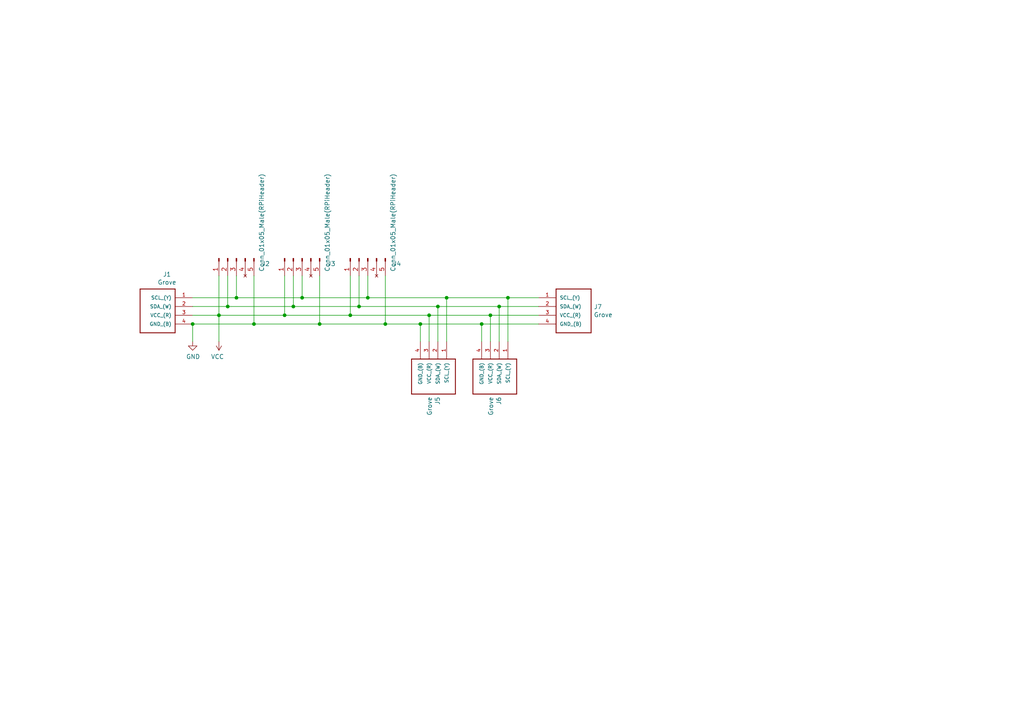
<source format=kicad_sch>
(kicad_sch (version 20230121) (generator eeschema)
  (paper "A4")
  (title_block (title "Grove to P Garden Connector Board") (date "2020-05-06") (rev "1.0"))
  (lib_symbols
    (symbol "Grove-custom_1" (pin_names (offset 1.016))
      (property "Reference" "J" (at -5.08 5.842 0))
      (property "Value" "Grove-custom" (at -2.9972 -9.4996 0))
      (symbol "Grove-custom_1_0_0"
        (polyline (pts (xy -5.08 -7.62) (xy 5.08 -7.62)) (stroke (width 0.254)))
        (polyline (pts (xy -5.08 5.08) (xy -5.08 -7.62)) (stroke (width 0.254)))
        (polyline (pts (xy 5.08 -7.62) (xy 5.08 5.08)) (stroke (width 0.254)))
        (polyline (pts (xy 5.08 5.08) (xy -5.08 5.08)) (stroke (width 0.254)))
        (pin passive line (at -10.16 2.54 0) (length 5.08) (name "SCL_(Y)") (number "1"))
        (pin passive line (at -10.16 0 0) (length 5.08) (name "SDA_(W)") (number "2"))
        (pin passive line (at -10.16 -2.54 0) (length 5.08) (name "VCC_(R)") (number "3"))
        (pin passive line (at -10.16 -5.08 0) (length 5.08) (name "GND_(B)") (number "4"))
      )
    )
    (symbol "Grove-custom_2" (pin_names (offset 1.016))
      (property "Reference" "J" (at -5.08 5.842 0))
      (property "Value" "Grove-custom" (at -2.9972 -9.4996 0))
      (symbol "Grove-custom_2_0_0"
        (polyline (pts (xy -5.08 -7.62) (xy 5.08 -7.62)) (stroke (width 0.254)))
        (polyline (pts (xy -5.08 5.08) (xy -5.08 -7.62)) (stroke (width 0.254)))
        (polyline (pts (xy 5.08 -7.62) (xy 5.08 5.08)) (stroke (width 0.254)))
        (polyline (pts (xy 5.08 5.08) (xy -5.08 5.08)) (stroke (width 0.254)))
        (pin passive line (at -10.16 2.54 0) (length 5.08) (name "SCL_(Y)") (number "1"))
        (pin passive line (at -10.16 0 0) (length 5.08) (name "SDA_(W)") (number "2"))
        (pin passive line (at -10.16 -2.54 0) (length 5.08) (name "VCC_(R)") (number "3"))
        (pin passive line (at -10.16 -5.08 0) (length 5.08) (name "GND_(B)") (number "4"))
      )
    )
    (symbol "Grove-custom_3" (pin_names (offset 1.016))
      (property "Reference" "J" (at -5.08 5.842 0))
      (property "Value" "Grove-custom" (at -2.9972 -9.4996 0))
      (symbol "Grove-custom_3_0_0"
        (polyline (pts (xy -5.08 -7.62) (xy 5.08 -7.62)) (stroke (width 0.254)))
        (polyline (pts (xy -5.08 5.08) (xy -5.08 -7.62)) (stroke (width 0.254)))
        (polyline (pts (xy 5.08 -7.62) (xy 5.08 5.08)) (stroke (width 0.254)))
        (polyline (pts (xy 5.08 5.08) (xy -5.08 5.08)) (stroke (width 0.254)))
        (pin passive line (at -10.16 2.54 0) (length 5.08) (name "SCL_(Y)") (number "1"))
        (pin passive line (at -10.16 0 0) (length 5.08) (name "SDA_(W)") (number "2"))
        (pin passive line (at -10.16 -2.54 0) (length 5.08) (name "VCC_(R)") (number "3"))
        (pin passive line (at -10.16 -5.08 0) (length 5.08) (name "GND_(B)") (number "4"))
      )
    )
    (symbol "Grove-custom_4" (pin_names (offset 1.016))
      (property "Reference" "J" (at -5.08 5.842 0))
      (property "Value" "Grove-custom" (at -2.9972 -9.4996 0))
      (symbol "Grove-custom_4_0_0"
        (polyline (pts (xy -5.08 -7.62) (xy 5.08 -7.62)) (stroke (width 0.254)))
        (polyline (pts (xy -5.08 5.08) (xy -5.08 -7.62)) (stroke (width 0.254)))
        (polyline (pts (xy 5.08 -7.62) (xy 5.08 5.08)) (stroke (width 0.254)))
        (polyline (pts (xy 5.08 5.08) (xy -5.08 5.08)) (stroke (width 0.254)))
        (pin passive line (at -10.16 2.54 0) (length 5.08) (name "SCL_(Y)") (number "1"))
        (pin passive line (at -10.16 0 0) (length 5.08) (name "SDA_(W)") (number "2"))
        (pin passive line (at -10.16 -2.54 0) (length 5.08) (name "VCC_(R)") (number "3"))
        (pin passive line (at -10.16 -5.08 0) (length 5.08) (name "GND_(B)") (number "4"))
      )
    )
    (symbol "groveToPiMixed-rescue:Conn_01x05_Male(RPiHeader)-custom" (pin_names (offset 1.016) hide)
      (property "Reference" "J" (at 0 7.62 0))
      (property "Value" "Conn_01x05_Male(RPiHeader)-custom" (at 0 -7.62 90))
      (symbol "Conn_01x05_Male(RPiHeader)-custom_1_1"
        (polyline (pts (xy 1.27 -5.08) (xy 0.8636 -5.08)) (stroke (width 0.1524)))
        (polyline (pts (xy 1.27 -2.54) (xy 0.8636 -2.54)) (stroke (width 0.1524)))
        (polyline (pts (xy 1.27 0) (xy 0.8636 0)) (stroke (width 0.1524)))
        (polyline (pts (xy 1.27 2.54) (xy 0.8636 2.54)) (stroke (width 0.1524)))
        (polyline (pts (xy 1.27 5.08) (xy 0.8636 5.08)) (stroke (width 0.1524)))
        (rectangle (start 0.8636 -4.953) (end 0 -5.207) (stroke (width 0.1524)) (fill (type outline)))
        (rectangle (start 0.8636 -2.413) (end 0 -2.667) (stroke (width 0.1524)) (fill (type outline)))
        (rectangle (start 0.8636 0.127) (end 0 -0.127) (stroke (width 0.1524)) (fill (type outline)))
        (rectangle (start 0.8636 2.667) (end 0 2.413) (stroke (width 0.1524)) (fill (type outline)))
        (rectangle (start 0.8636 5.207) (end 0 4.953) (stroke (width 0.1524)) (fill (type outline)))
        (pin passive line (at 5.08 5.08 180) (length 3.81) (name "Pin_1") (number "1"))
        (pin passive line (at 5.08 2.54 180) (length 3.81) (name "Pin_2") (number "2"))
        (pin passive line (at 5.08 0 180) (length 3.81) (name "Pin_3") (number "3"))
        (pin no_connect line (at 5.08 -2.54 180) (length 3.81) (name "Pin_4") (number "4"))
        (pin passive line (at 5.08 -5.08 180) (length 3.81) (name "Pin_5") (number "5"))
      )
    )
    (symbol "groveToPiMixed-rescue:Grove-custom" (pin_names (offset 1.016))
      (property "Reference" "J" (at -5.08 5.842 0))
      (property "Value" "Grove-custom" (at -2.9972 -9.4996 0))
      (symbol "Grove-custom_0_0"
        (polyline (pts (xy -5.08 -7.62) (xy 5.08 -7.62)) (stroke (width 0.254)))
        (polyline (pts (xy -5.08 5.08) (xy -5.08 -7.62)) (stroke (width 0.254)))
        (polyline (pts (xy 5.08 -7.62) (xy 5.08 5.08)) (stroke (width 0.254)))
        (polyline (pts (xy 5.08 5.08) (xy -5.08 5.08)) (stroke (width 0.254)))
        (pin passive line (at -10.16 2.54 0) (length 5.08) (name "SCL_(Y)") (number "1"))
        (pin passive line (at -10.16 0 0) (length 5.08) (name "SDA_(W)") (number "2"))
        (pin passive line (at -10.16 -2.54 0) (length 5.08) (name "VCC_(R)") (number "3"))
        (pin passive line (at -10.16 -5.08 0) (length 5.08) (name "GND_(B)") (number "4"))
      )
    )
    (symbol "power:GND" (power) (pin_names (offset 0))
      (property "Value" "GND" (at 0 -3.81 0))
      (symbol "GND_0_1"
        (polyline (pts (xy 0 0) (xy 0 -1.27) (xy 1.27 -1.27) (xy 0 -2.54) (xy -1.27 -1.27) (xy 0 -1.27)))
      )
      (symbol "GND_1_1"
        (pin power_in line (at 0 0 270) (length 0) hide (name "GND") (number "1"))
      )
    )
    (symbol "power:VCC" (power) (pin_names (offset 0))
      (property "Value" "VCC" (at 0 3.81 0))
      (symbol "VCC_0_1"
        (polyline (pts (xy -0.762 1.27) (xy 0 2.54)))
        (polyline (pts (xy 0 0) (xy 0 2.54)))
        (polyline (pts (xy 0 2.54) (xy 0.762 1.27)))
      )
      (symbol "VCC_1_1"
        (pin power_in line (at 0 0 90) (length 0) hide (name "VCC") (number "1"))
      )
    )
  )
  (junction (at 66.04 88.9))
  (junction (at 63.5 91.44))
  (junction (at 127 88.9))
  (junction (at 124.46 91.44))
  (junction (at 144.78 88.9))
  (junction (at 111.76 93.98))
  (junction (at 101.6 91.44))
  (junction (at 87.63 86.36))
  (junction (at 104.14 88.9))
  (junction (at 121.92 93.98))
  (junction (at 55.88 93.98))
  (junction (at 68.58 86.36))
  (junction (at 139.7 93.98))
  (junction (at 106.68 86.36))
  (junction (at 92.71 93.98))
  (junction (at 129.54 86.36))
  (junction (at 147.32 86.36))
  (junction (at 85.09 88.9))
  (junction (at 82.55 91.44))
  (junction (at 73.66 93.98))
  (junction (at 142.24 91.44))
  (wire (pts (xy 55.88 93.98) (xy 73.66 93.98)))
  (wire (pts (xy 144.78 99.06) (xy 144.78 88.9)))
  (wire (pts (xy 139.7 93.98) (xy 156.21 93.98)))
  (wire (pts (xy 111.76 93.98) (xy 121.92 93.98)))
  (wire (pts (xy 85.09 80.01) (xy 85.09 88.9)))
  (wire (pts (xy 127 99.06) (xy 127 88.9)))
  (wire (pts (xy 55.88 86.36) (xy 68.58 86.36)))
  (wire (pts (xy 121.92 93.98) (xy 139.7 93.98)))
  (wire (pts (xy 142.24 91.44) (xy 156.21 91.44)))
  (wire (pts (xy 85.09 88.9) (xy 104.14 88.9)))
  (wire (pts (xy 63.5 91.44) (xy 82.55 91.44)))
  (wire (pts (xy 87.63 86.36) (xy 106.68 86.36)))
  (wire (pts (xy 55.88 88.9) (xy 66.04 88.9)))
  (wire (pts (xy 82.55 91.44) (xy 101.6 91.44)))
  (wire (pts (xy 92.71 80.01) (xy 92.71 93.98)))
  (wire (pts (xy 66.04 88.9) (xy 85.09 88.9)))
  (wire (pts (xy 129.54 99.06) (xy 129.54 86.36)))
  (wire (pts (xy 66.04 80.01) (xy 66.04 88.9)))
  (wire (pts (xy 124.46 99.06) (xy 124.46 91.44)))
  (wire (pts (xy 73.66 93.98) (xy 92.71 93.98)))
  (wire (pts (xy 142.24 99.06) (xy 142.24 91.44)))
  (wire (pts (xy 73.66 80.01) (xy 73.66 93.98)))
  (wire (pts (xy 127 88.9) (xy 144.78 88.9)))
  (wire (pts (xy 104.14 80.01) (xy 104.14 88.9)))
  (wire (pts (xy 63.5 91.44) (xy 63.5 80.01)))
  (wire (pts (xy 124.46 91.44) (xy 142.24 91.44)))
  (wire (pts (xy 68.58 86.36) (xy 87.63 86.36)))
  (wire (pts (xy 147.32 99.06) (xy 147.32 86.36)))
  (wire (pts (xy 129.54 86.36) (xy 147.32 86.36)))
  (wire (pts (xy 68.58 80.01) (xy 68.58 86.36)))
  (wire (pts (xy 101.6 80.01) (xy 101.6 91.44)))
  (wire (pts (xy 82.55 91.44) (xy 82.55 80.01)))
  (wire (pts (xy 55.88 91.44) (xy 63.5 91.44)))
  (wire (pts (xy 87.63 80.01) (xy 87.63 86.36)))
  (wire (pts (xy 101.6 91.44) (xy 124.46 91.44)))
  (wire (pts (xy 106.68 80.01) (xy 106.68 86.36)))
  (wire (pts (xy 63.5 91.44) (xy 63.5 99.06)))
  (wire (pts (xy 55.88 93.98) (xy 55.88 99.06)))
  (wire (pts (xy 144.78 88.9) (xy 156.21 88.9)))
  (wire (pts (xy 121.92 99.06) (xy 121.92 93.98)))
  (wire (pts (xy 147.32 86.36) (xy 156.21 86.36)))
  (wire (pts (xy 104.14 88.9) (xy 127 88.9)))
  (wire (pts (xy 139.7 99.06) (xy 139.7 93.98)))
  (wire (pts (xy 106.68 86.36) (xy 129.54 86.36)))
  (wire (pts (xy 92.71 93.98) (xy 111.76 93.98)))
  (wire (pts (xy 111.76 80.01) (xy 111.76 93.98)))
  (symbol (lib_id "power:VCC") (at 63.5 99.06 180) (unit 1)
    (property "Reference" "#PWR02" (effects hide))
    (property "Value" "VCC" (at 63.0682 103.4542 0))
  )
  (symbol (lib_name "Grove-custom_1") (lib_id "groveToPiMixed-rescue:Grove-custom") (at 45.72 88.9 0) (mirror y) (unit 1)
    (property "Reference" "J1" (at 48.4378 79.5782 0))
    (property "Value" "Grove" (at 48.4378 81.8896 0))
    (property "Footprint" "custom:GroveConnector" (effects hide))
    (property "Datasheet" "A" (effects hide))
    (property "Field4" "8.1mm" (effects hide))
    (property "Field5" "Seeed Technology" (effects hide))
    (property "Field6" "Manufacturer Recommendations" (effects hide))
  )
  (symbol (lib_id "groveToPiMixed-rescue:Conn_01x05_Male(RPiHeader)-custom") (at 68.58 74.93 90) (mirror x) (unit 1)
    (property "Reference" "J2" (at 75.8952 76.5048 90) (effects (justify right)))
    (property "Value" "Conn_01x05_Male(RPiHeader)" (at 75.8952 78.8162 0) (effects (justify right)))
    (property "Footprint" "Connector_PinSocket_2.54mm:PinSocket_1x05_P2.54mm_Vertical" (effects hide))
  )
  (symbol (lib_id "groveToPiMixed-rescue:Conn_01x05_Male(RPiHeader)-custom") (at 87.63 74.93 90) (mirror x) (unit 1)
    (property "Reference" "J3" (at 94.9452 76.5048 90) (effects (justify right)))
    (property "Value" "Conn_01x05_Male(RPiHeader)" (at 94.9452 78.8162 0) (effects (justify right)))
    (property "Footprint" "Connector_PinSocket_2.54mm:PinSocket_1x05_P2.54mm_Vertical" (effects hide))
  )
  (symbol (lib_id "groveToPiMixed-rescue:Conn_01x05_Male(RPiHeader)-custom") (at 106.68 74.93 90) (mirror x) (unit 1)
    (property "Reference" "J4" (at 113.9952 76.5048 90) (effects (justify right)))
    (property "Value" "Conn_01x05_Male(RPiHeader)" (at 113.9952 78.8162 0) (effects (justify right)))
    (property "Footprint" "Connector_PinSocket_2.54mm:PinSocket_1x05_P2.54mm_Vertical" (effects hide))
  )
  (symbol (lib_name "Grove-custom_2") (lib_id "groveToPiMixed-rescue:Grove-custom") (at 166.37 88.9 0) (unit 1)
    (property "Reference" "J7" (at 172.212 89.0016 0) (effects (justify left)))
    (property "Value" "Grove" (at 172.212 91.313 0) (effects (justify left)))
    (property "Footprint" "custom:GroveConnector" (effects hide))
    (property "Datasheet" "A" (effects hide))
    (property "Field4" "8.1mm" (effects hide))
    (property "Field5" "Seeed Technology" (effects hide))
    (property "Field6" "Manufacturer Recommendations" (effects hide))
  )
  (symbol (lib_id "power:GND") (at 55.88 99.06 0) (unit 1)
    (property "Reference" "#PWR01" (effects hide))
    (property "Value" "GND" (at 56.007 103.4542 0))
  )
  (symbol (lib_name "Grove-custom_4") (lib_id "groveToPiMixed-rescue:Grove-custom") (at 127 109.22 270) (unit 1)
    (property "Reference" "J5" (at 126.8984 115.062 0) (effects (justify left)))
    (property "Value" "Grove" (at 124.587 115.062 0) (effects (justify left)))
    (property "Footprint" "custom:GroveConnector" (effects hide))
    (property "Datasheet" "A" (effects hide))
    (property "Field4" "8.1mm" (effects hide))
    (property "Field5" "Seeed Technology" (effects hide))
    (property "Field6" "Manufacturer Recommendations" (effects hide))
  )
  (symbol (lib_name "Grove-custom_3") (lib_id "groveToPiMixed-rescue:Grove-custom") (at 144.78 109.22 270) (unit 1)
    (property "Reference" "J6" (at 144.6784 115.062 0) (effects (justify left)))
    (property "Value" "Grove" (at 142.367 115.062 0) (effects (justify left)))
    (property "Footprint" "custom:GroveConnector" (effects hide))
    (property "Datasheet" "A" (effects hide))
    (property "Field4" "8.1mm" (effects hide))
    (property "Field5" "Seeed Technology" (effects hide))
    (property "Field6" "Manufacturer Recommendations" (effects hide))
  )
)
</source>
